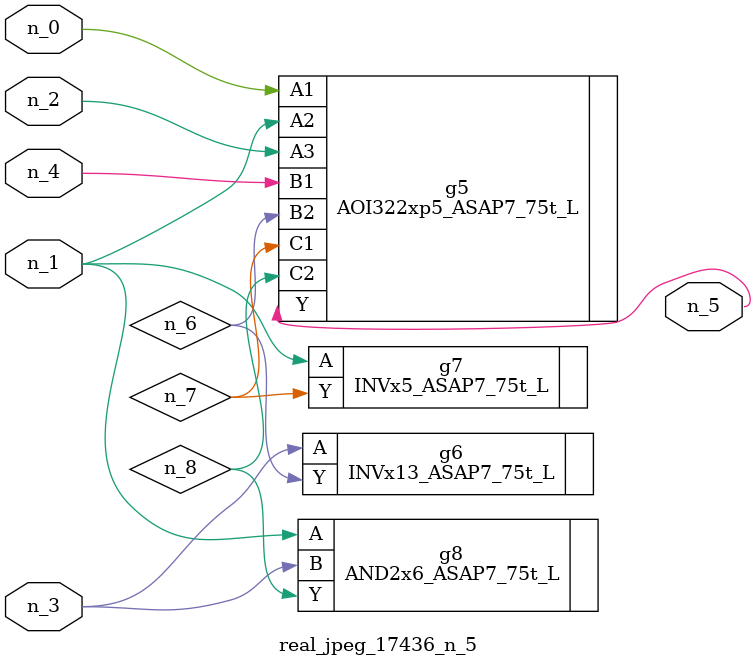
<source format=v>
module real_jpeg_17436_n_5 (n_4, n_0, n_1, n_2, n_3, n_5);

input n_4;
input n_0;
input n_1;
input n_2;
input n_3;

output n_5;

wire n_8;
wire n_6;
wire n_7;

AOI322xp5_ASAP7_75t_L g5 ( 
.A1(n_0),
.A2(n_1),
.A3(n_2),
.B1(n_4),
.B2(n_6),
.C1(n_7),
.C2(n_8),
.Y(n_5)
);

INVx5_ASAP7_75t_L g7 ( 
.A(n_1),
.Y(n_7)
);

AND2x6_ASAP7_75t_L g8 ( 
.A(n_1),
.B(n_3),
.Y(n_8)
);

INVx13_ASAP7_75t_L g6 ( 
.A(n_3),
.Y(n_6)
);


endmodule
</source>
